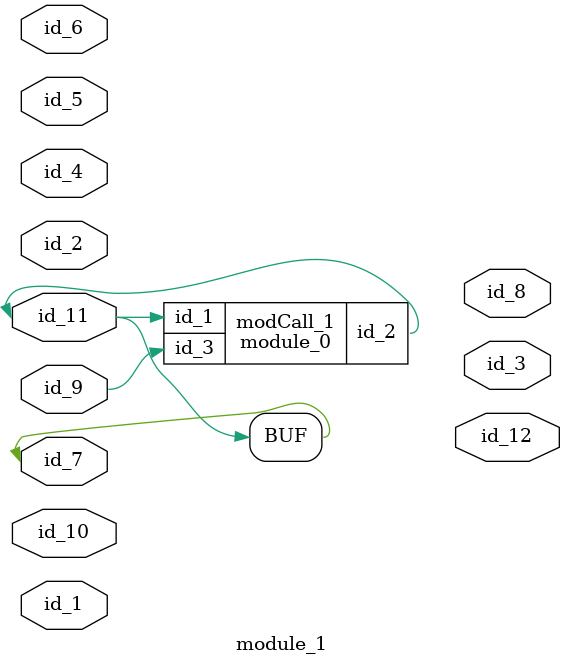
<source format=v>
module module_0 (
    id_1,
    id_2,
    id_3
);
  input wire id_3;
  output wire id_2;
  input wire id_1;
endmodule
module module_1 (
    id_1,
    id_2,
    id_3,
    id_4,
    id_5,
    id_6,
    id_7,
    id_8,
    id_9,
    id_10,
    id_11,
    id_12
);
  output wire id_12;
  inout wire id_11;
  inout wire id_10;
  inout wire id_9;
  output wire id_8;
  inout wire id_7;
  inout wire id_6;
  inout wire id_5;
  input wire id_4;
  output wire id_3;
  input wire id_2;
  inout wire id_1;
  assign id_7 = id_11;
  module_0 modCall_1 (
      id_11,
      id_11,
      id_9
  );
  wire id_13;
endmodule

</source>
